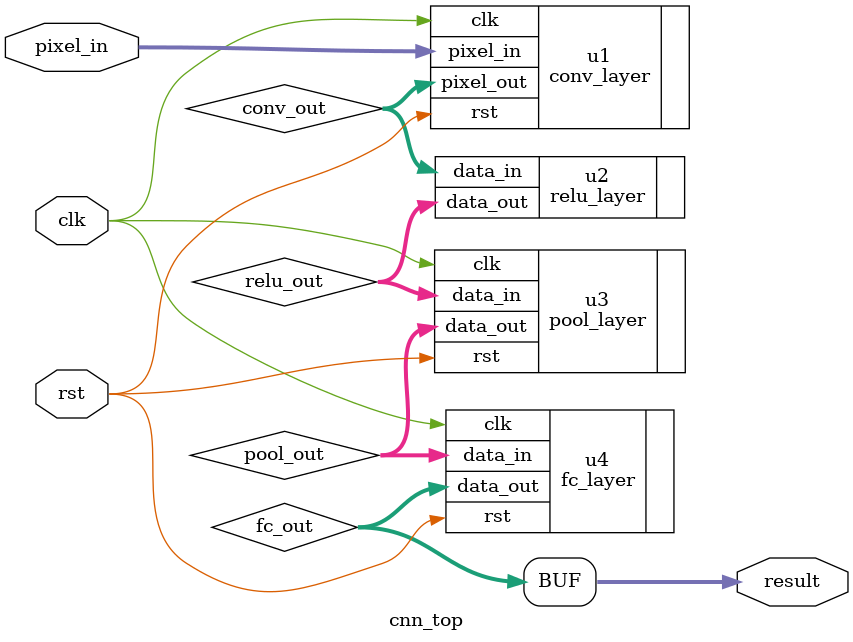
<source format=v>
module cnn_top(input clk, input rst, input [7:0] pixel_in, output [7:0] result);

    wire [7:0] conv_out;
    wire [7:0] relu_out;
    wire [7:0] pool_out;
    wire [7:0] fc_out;

    conv_layer u1 (.clk(clk), .rst(rst), .pixel_in(pixel_in), .pixel_out(conv_out));
    relu_layer u2 (.data_in(conv_out), .data_out(relu_out));
    pool_layer u3 (.clk(clk), .rst(rst), .data_in(relu_out), .data_out(pool_out));
    fc_layer   u4 (.clk(clk), .rst(rst), .data_in(pool_out), .data_out(fc_out));

    assign result = fc_out;
endmodule

</source>
